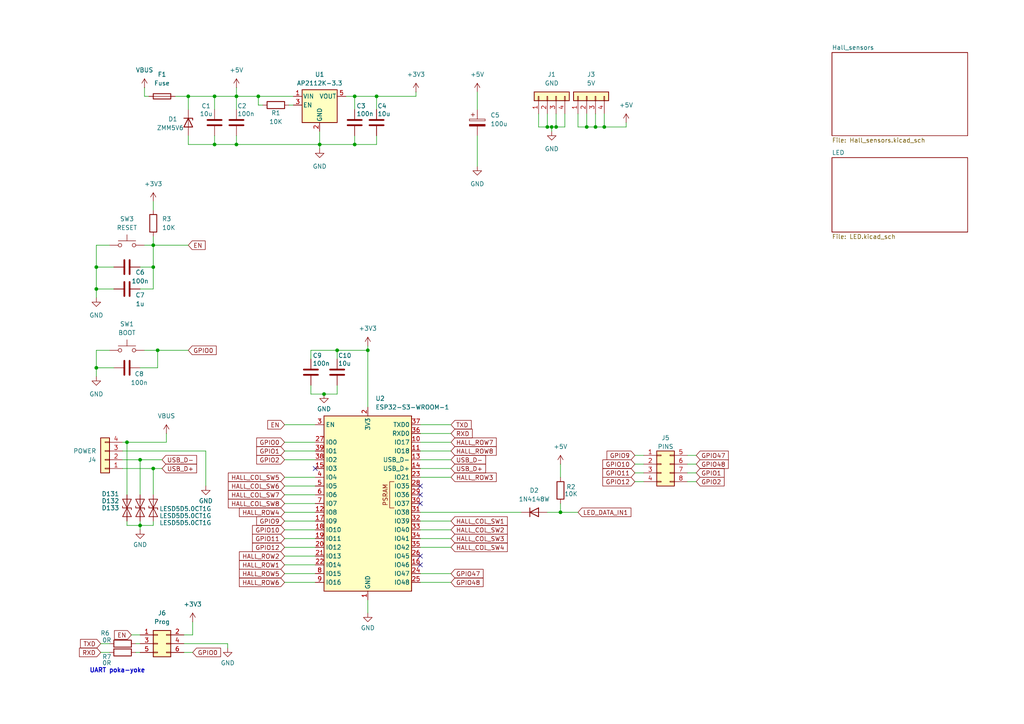
<source format=kicad_sch>
(kicad_sch (version 20231120) (generator "eeschema") (generator_version "8.0")
  (paper "A4")
  (lib_symbols
    (symbol "Connector_Generic:Conn_01x04" (pin_names (offset 1.016) hide)
      (property "Reference" "J" (at 0 5.08 0))
      (property "Value" "Conn_01x04" (at 0 -7.62 0))
      (symbol "Conn_01x04_1_1"
        (rectangle (start -1.27 -4.953) (end 0 -5.207) (stroke (width 0.1524)))
        (rectangle (start -1.27 -2.413) (end 0 -2.667) (stroke (width 0.1524)))
        (rectangle (start -1.27 0.127) (end 0 -0.127) (stroke (width 0.1524)))
        (rectangle (start -1.27 2.667) (end 0 2.413) (stroke (width 0.1524)))
        (rectangle (start -1.27 3.81) (end 1.27 -6.35) (stroke (width 0.254)) (fill (type background)))
        (pin passive line (at -5.08 2.54 0) (length 3.81) (name "Pin_1") (number "1"))
        (pin passive line (at -5.08 0 0) (length 3.81) (name "Pin_2") (number "2"))
        (pin passive line (at -5.08 -2.54 0) (length 3.81) (name "Pin_3") (number "3"))
        (pin passive line (at -5.08 -5.08 0) (length 3.81) (name "Pin_4") (number "4"))
      )
    )
    (symbol "Connector_Generic:Conn_02x03_Odd_Even" (pin_names (offset 1.016) hide)
      (property "Reference" "J" (at 1.27 5.08 0))
      (property "Value" "Conn_02x03_Odd_Even" (at 1.27 -5.08 0))
      (symbol "Conn_02x03_Odd_Even_1_1"
        (rectangle (start -1.27 -2.413) (end 0 -2.667) (stroke (width 0.1524)))
        (rectangle (start -1.27 0.127) (end 0 -0.127) (stroke (width 0.1524)))
        (rectangle (start -1.27 2.667) (end 0 2.413) (stroke (width 0.1524)))
        (rectangle (start -1.27 3.81) (end 3.81 -3.81) (stroke (width 0.254)) (fill (type background)))
        (rectangle (start 3.81 -2.413) (end 2.54 -2.667) (stroke (width 0.1524)))
        (rectangle (start 3.81 0.127) (end 2.54 -0.127) (stroke (width 0.1524)))
        (rectangle (start 3.81 2.667) (end 2.54 2.413) (stroke (width 0.1524)))
        (pin passive line (at -5.08 2.54 0) (length 3.81) (name "Pin_1") (number "1"))
        (pin passive line (at 7.62 2.54 180) (length 3.81) (name "Pin_2") (number "2"))
        (pin passive line (at -5.08 0 0) (length 3.81) (name "Pin_3") (number "3"))
        (pin passive line (at 7.62 0 180) (length 3.81) (name "Pin_4") (number "4"))
        (pin passive line (at -5.08 -2.54 0) (length 3.81) (name "Pin_5") (number "5"))
        (pin passive line (at 7.62 -2.54 180) (length 3.81) (name "Pin_6") (number "6"))
      )
    )
    (symbol "Connector_Generic:Conn_02x04_Top_Bottom" (pin_names (offset 1.016) hide)
      (property "Reference" "J" (at 1.27 5.08 0))
      (property "Value" "Conn_02x04_Top_Bottom" (at 1.27 -7.62 0))
      (symbol "Conn_02x04_Top_Bottom_1_1"
        (rectangle (start -1.27 -4.953) (end 0 -5.207) (stroke (width 0.1524)))
        (rectangle (start -1.27 -2.413) (end 0 -2.667) (stroke (width 0.1524)))
        (rectangle (start -1.27 0.127) (end 0 -0.127) (stroke (width 0.1524)))
        (rectangle (start -1.27 2.667) (end 0 2.413) (stroke (width 0.1524)))
        (rectangle (start -1.27 3.81) (end 3.81 -6.35) (stroke (width 0.254)) (fill (type background)))
        (rectangle (start 3.81 -4.953) (end 2.54 -5.207) (stroke (width 0.1524)))
        (rectangle (start 3.81 -2.413) (end 2.54 -2.667) (stroke (width 0.1524)))
        (rectangle (start 3.81 0.127) (end 2.54 -0.127) (stroke (width 0.1524)))
        (rectangle (start 3.81 2.667) (end 2.54 2.413) (stroke (width 0.1524)))
        (pin passive line (at -5.08 2.54 0) (length 3.81) (name "Pin_1") (number "1"))
        (pin passive line (at -5.08 0 0) (length 3.81) (name "Pin_2") (number "2"))
        (pin passive line (at -5.08 -2.54 0) (length 3.81) (name "Pin_3") (number "3"))
        (pin passive line (at -5.08 -5.08 0) (length 3.81) (name "Pin_4") (number "4"))
        (pin passive line (at 7.62 2.54 180) (length 3.81) (name "Pin_5") (number "5"))
        (pin passive line (at 7.62 0 180) (length 3.81) (name "Pin_6") (number "6"))
        (pin passive line (at 7.62 -2.54 180) (length 3.81) (name "Pin_7") (number "7"))
        (pin passive line (at 7.62 -5.08 180) (length 3.81) (name "Pin_8") (number "8"))
      )
    )
    (symbol "Device:C" (pin_numbers hide) (pin_names (offset 0.254))
      (property "Reference" "C" (at 0.635 2.54 0))
      (property "Value" "C" (at 0.635 -2.54 0))
      (symbol "C_0_1"
        (polyline (pts (xy -2.032 -0.762) (xy 2.032 -0.762)) (stroke (width 0.508)))
        (polyline (pts (xy -2.032 0.762) (xy 2.032 0.762)) (stroke (width 0.508)))
      )
      (symbol "C_1_1"
        (pin passive line (at 0 3.81 270) (length 2.794) (name "~") (number "1"))
        (pin passive line (at 0 -3.81 90) (length 2.794) (name "~") (number "2"))
      )
    )
    (symbol "Device:C_Polarized" (pin_numbers hide) (pin_names (offset 0.254))
      (property "Reference" "C" (at 0.635 2.54 0))
      (property "Value" "C_Polarized" (at 0.635 -2.54 0))
      (symbol "C_Polarized_0_1"
        (rectangle (start -2.286 0.508) (end 2.286 1.016))
        (polyline (pts (xy -1.778 2.286) (xy -0.762 2.286)))
        (polyline (pts (xy -1.27 2.794) (xy -1.27 1.778)))
        (rectangle (start 2.286 -0.508) (end -2.286 -1.016) (fill (type outline)))
      )
      (symbol "C_Polarized_1_1"
        (pin passive line (at 0 3.81 270) (length 2.794) (name "~") (number "1"))
        (pin passive line (at 0 -3.81 90) (length 2.794) (name "~") (number "2"))
      )
    )
    (symbol "Device:D_Zener" (pin_numbers hide) (pin_names (offset 1.016) hide)
      (property "Reference" "D" (at 0 2.54 0))
      (property "Value" "D_Zener" (at 0 -2.54 0))
      (symbol "D_Zener_0_1"
        (polyline (pts (xy 1.27 0) (xy -1.27 0)))
        (polyline (pts (xy -1.27 -1.27) (xy -1.27 1.27) (xy -0.762 1.27)) (stroke (width 0.254)))
        (polyline (pts (xy 1.27 -1.27) (xy 1.27 1.27) (xy -1.27 0) (xy 1.27 -1.27)) (stroke (width 0.254)))
      )
      (symbol "D_Zener_1_1"
        (pin passive line (at -3.81 0 0) (length 2.54) (name "K") (number "1"))
        (pin passive line (at 3.81 0 180) (length 2.54) (name "A") (number "2"))
      )
    )
    (symbol "Device:Fuse" (pin_numbers hide) (pin_names (offset 0))
      (property "Reference" "F" (at 2.032 0 90))
      (property "Value" "Fuse" (at -1.905 0 90))
      (symbol "Fuse_0_1"
        (rectangle (start -0.762 -2.54) (end 0.762 2.54) (stroke (width 0.254)))
        (polyline (pts (xy 0 2.54) (xy 0 -2.54)))
      )
      (symbol "Fuse_1_1"
        (pin passive line (at 0 3.81 270) (length 1.27) (name "~") (number "1"))
        (pin passive line (at 0 -3.81 90) (length 1.27) (name "~") (number "2"))
      )
    )
    (symbol "Device:R" (pin_numbers hide) (pin_names (offset 0))
      (property "Reference" "R" (at 2.032 0 90))
      (property "Value" "R" (at 0 0 90))
      (symbol "R_0_1"
        (rectangle (start -1.016 -2.54) (end 1.016 2.54) (stroke (width 0.254)))
      )
      (symbol "R_1_1"
        (pin passive line (at 0 3.81 270) (length 1.27) (name "~") (number "1"))
        (pin passive line (at 0 -3.81 90) (length 1.27) (name "~") (number "2"))
      )
    )
    (symbol "Diode:1N4148W" (pin_numbers hide) (pin_names hide)
      (property "Reference" "D" (at 0 2.54 0))
      (property "Value" "1N4148W" (at 0 -2.54 0))
      (symbol "1N4148W_0_1"
        (polyline (pts (xy -1.27 1.27) (xy -1.27 -1.27)) (stroke (width 0.254)))
        (polyline (pts (xy 1.27 0) (xy -1.27 0)))
        (polyline (pts (xy 1.27 1.27) (xy 1.27 -1.27) (xy -1.27 0) (xy 1.27 1.27)) (stroke (width 0.254)))
      )
      (symbol "1N4148W_1_1"
        (pin passive line (at -3.81 0 0) (length 2.54) (name "K") (number "1"))
        (pin passive line (at 3.81 0 180) (length 2.54) (name "A") (number "2"))
      )
    )
    (symbol "Diode:SMAJ250CA" (pin_numbers hide) (pin_names (offset 1.016) hide)
      (property "Reference" "D" (at 0 2.54 0))
      (property "Value" "SMAJ250CA" (at 0 -2.54 0))
      (symbol "SMAJ250CA_0_1"
        (polyline (pts (xy 1.27 0) (xy -1.27 0)))
        (polyline (pts (xy -2.54 -1.27) (xy 0 0) (xy -2.54 1.27) (xy -2.54 -1.27)) (stroke (width 0.2032)))
        (polyline (pts (xy 0.508 1.27) (xy 0 1.27) (xy 0 -1.27) (xy -0.508 -1.27)) (stroke (width 0.2032)))
        (polyline (pts (xy 2.54 1.27) (xy 2.54 -1.27) (xy 0 0) (xy 2.54 1.27)) (stroke (width 0.2032)))
      )
      (symbol "SMAJ250CA_1_1"
        (pin passive line (at -3.81 0 0) (length 2.54) (name "A1") (number "1"))
        (pin passive line (at 3.81 0 180) (length 2.54) (name "A2") (number "2"))
      )
    )
    (symbol "RF_Module:ESP32-S3-WROOM-1"
      (property "Reference" "U" (at -12.7 26.67 0))
      (property "Value" "ESP32-S3-WROOM-1" (at 12.7 26.67 0))
      (symbol "ESP32-S3-WROOM-1_0_0"
        (rectangle (start -12.7 25.4) (end 12.7 -25.4) (stroke (width 0.254)) (fill (type background)))
        (text "PSRAM" (at 5.08 2.54 900) (effects (font (size 1.27 1.27))))
      )
      (symbol "ESP32-S3-WROOM-1_0_1"
        (polyline (pts (xy 7.62 -1.27) (xy 6.35 -1.27) (xy 6.35 6.35) (xy 7.62 6.35)))
      )
      (symbol "ESP32-S3-WROOM-1_1_1"
        (pin power_in line (at 0 -27.94 90) (length 2.54) (name "GND") (number "1"))
        (pin bidirectional line (at 15.24 17.78 180) (length 2.54) (name "IO17") (number "10"))
        (pin bidirectional line (at 15.24 15.24 180) (length 2.54) (name "IO18") (number "11"))
        (pin bidirectional line (at -15.24 -2.54 0) (length 2.54) (name "IO8") (number "12"))
        (pin bidirectional line (at 15.24 12.7 180) (length 2.54) (name "USB_D-") (number "13"))
        (pin bidirectional line (at 15.24 10.16 180) (length 2.54) (name "USB_D+") (number "14"))
        (pin bidirectional line (at -15.24 10.16 0) (length 2.54) (name "IO3") (number "15"))
        (pin bidirectional line (at 15.24 -17.78 180) (length 2.54) (name "IO46") (number "16"))
        (pin bidirectional line (at -15.24 -5.08 0) (length 2.54) (name "IO9") (number "17"))
        (pin bidirectional line (at -15.24 -7.62 0) (length 2.54) (name "IO10") (number "18"))
        (pin bidirectional line (at -15.24 -10.16 0) (length 2.54) (name "IO11") (number "19"))
        (pin power_in line (at 0 27.94 270) (length 2.54) (name "3V3") (number "2"))
        (pin bidirectional line (at -15.24 -12.7 0) (length 2.54) (name "IO12") (number "20"))
        (pin bidirectional line (at -15.24 -15.24 0) (length 2.54) (name "IO13") (number "21"))
        (pin bidirectional line (at -15.24 -17.78 0) (length 2.54) (name "IO14") (number "22"))
        (pin bidirectional line (at 15.24 7.62 180) (length 2.54) (name "IO21") (number "23"))
        (pin bidirectional line (at 15.24 -20.32 180) (length 2.54) (name "IO47") (number "24"))
        (pin bidirectional line (at 15.24 -22.86 180) (length 2.54) (name "IO48") (number "25"))
        (pin bidirectional line (at 15.24 -15.24 180) (length 2.54) (name "IO45") (number "26"))
        (pin bidirectional line (at -15.24 17.78 0) (length 2.54) (name "IO0") (number "27"))
        (pin bidirectional line (at 15.24 5.08 180) (length 2.54) (name "IO35") (number "28"))
        (pin bidirectional line (at 15.24 2.54 180) (length 2.54) (name "IO36") (number "29"))
        (pin input line (at -15.24 22.86 0) (length 2.54) (name "EN") (number "3"))
        (pin bidirectional line (at 15.24 0 180) (length 2.54) (name "IO37") (number "30"))
        (pin bidirectional line (at 15.24 -2.54 180) (length 2.54) (name "IO38") (number "31"))
        (pin bidirectional line (at 15.24 -5.08 180) (length 2.54) (name "IO39") (number "32"))
        (pin bidirectional line (at 15.24 -7.62 180) (length 2.54) (name "IO40") (number "33"))
        (pin bidirectional line (at 15.24 -10.16 180) (length 2.54) (name "IO41") (number "34"))
        (pin bidirectional line (at 15.24 -12.7 180) (length 2.54) (name "IO42") (number "35"))
        (pin bidirectional line (at 15.24 20.32 180) (length 2.54) (name "RXD0") (number "36"))
        (pin bidirectional line (at 15.24 22.86 180) (length 2.54) (name "TXD0") (number "37"))
        (pin bidirectional line (at -15.24 12.7 0) (length 2.54) (name "IO2") (number "38"))
        (pin bidirectional line (at -15.24 15.24 0) (length 2.54) (name "IO1") (number "39"))
        (pin bidirectional line (at -15.24 7.62 0) (length 2.54) (name "IO4") (number "4"))
        (pin passive line (at 0 -27.94 90) (length 2.54) hide (name "GND") (number "40"))
        (pin passive line (at 0 -27.94 90) (length 2.54) hide (name "GND") (number "41"))
        (pin bidirectional line (at -15.24 5.08 0) (length 2.54) (name "IO5") (number "5"))
        (pin bidirectional line (at -15.24 2.54 0) (length 2.54) (name "IO6") (number "6"))
        (pin bidirectional line (at -15.24 0 0) (length 2.54) (name "IO7") (number "7"))
        (pin bidirectional line (at -15.24 -20.32 0) (length 2.54) (name "IO15") (number "8"))
        (pin bidirectional line (at -15.24 -22.86 0) (length 2.54) (name "IO16") (number "9"))
      )
    )
    (symbol "Regulator_Linear:AP2112K-3.3" (pin_names (offset 0.254))
      (property "Reference" "U" (at -5.08 5.715 0))
      (property "Value" "AP2112K-3.3" (at 0 5.715 0))
      (symbol "AP2112K-3.3_0_1"
        (rectangle (start -5.08 4.445) (end 5.08 -5.08) (stroke (width 0.254)) (fill (type background)))
      )
      (symbol "AP2112K-3.3_1_1"
        (pin power_in line (at -7.62 2.54 0) (length 2.54) (name "VIN") (number "1"))
        (pin power_in line (at 0 -7.62 90) (length 2.54) (name "GND") (number "2"))
        (pin input line (at -7.62 0 0) (length 2.54) (name "EN") (number "3"))
        (pin no_connect line (at 5.08 0 180) (length 2.54) hide (name "NC") (number "4"))
        (pin power_out line (at 7.62 2.54 180) (length 2.54) (name "VOUT") (number "5"))
      )
    )
    (symbol "Switch:SW_Push" (pin_numbers hide) (pin_names (offset 1.016) hide)
      (property "Reference" "SW" (at 1.27 2.54 0))
      (property "Value" "SW_Push" (at 0 -1.524 0))
      (symbol "SW_Push_0_1"
        (circle (center -2.032 0) (radius 0.508))
        (polyline (pts (xy 0 1.27) (xy 0 3.048)))
        (polyline (pts (xy 2.54 1.27) (xy -2.54 1.27)))
        (circle (center 2.032 0) (radius 0.508))
        (pin passive line (at -5.08 0 0) (length 2.54) (name "1") (number "1"))
        (pin passive line (at 5.08 0 180) (length 2.54) (name "2") (number "2"))
      )
    )
    (symbol "power:+3V3" (power) (pin_numbers hide) (pin_names (offset 0) hide)
      (property "Value" "+3V3" (at 0 3.556 0))
      (symbol "+3V3_0_1"
        (polyline (pts (xy -0.762 1.27) (xy 0 2.54)))
        (polyline (pts (xy 0 0) (xy 0 2.54)))
        (polyline (pts (xy 0 2.54) (xy 0.762 1.27)))
      )
      (symbol "+3V3_1_1"
        (pin power_in line (at 0 0 90) (length 0) (name "~") (number "1"))
      )
    )
    (symbol "power:+5V" (power) (pin_numbers hide) (pin_names (offset 0) hide)
      (property "Value" "+5V" (at 0 3.556 0))
      (symbol "+5V_0_1"
        (polyline (pts (xy -0.762 1.27) (xy 0 2.54)))
        (polyline (pts (xy 0 0) (xy 0 2.54)))
        (polyline (pts (xy 0 2.54) (xy 0.762 1.27)))
      )
      (symbol "+5V_1_1"
        (pin power_in line (at 0 0 90) (length 0) (name "~") (number "1"))
      )
    )
    (symbol "power:GND" (power) (pin_numbers hide) (pin_names (offset 0) hide)
      (property "Value" "GND" (at 0 -3.81 0))
      (symbol "GND_0_1"
        (polyline (pts (xy 0 0) (xy 0 -1.27) (xy 1.27 -1.27) (xy 0 -2.54) (xy -1.27 -1.27) (xy 0 -1.27)))
      )
      (symbol "GND_1_1"
        (pin power_in line (at 0 0 270) (length 0) (name "~") (number "1"))
      )
    )
    (symbol "power:VBUS" (power) (pin_numbers hide) (pin_names (offset 0) hide)
      (property "Value" "VBUS" (at 0 3.556 0))
      (symbol "VBUS_0_1"
        (polyline (pts (xy -0.762 1.27) (xy 0 2.54)))
        (polyline (pts (xy 0 0) (xy 0 2.54)))
        (polyline (pts (xy 0 2.54) (xy 0.762 1.27)))
      )
      (symbol "VBUS_1_1"
        (pin power_in line (at 0 0 90) (length 0) (name "~") (number "1"))
      )
    )
  )
  (junction (at 102.87 41.91))
  (junction (at 93.98 114.3))
  (junction (at 170.18 36.83))
  (junction (at 40.64 133.35))
  (junction (at 68.58 41.91))
  (junction (at 109.22 27.94))
  (junction (at 97.79 101.6))
  (junction (at 36.83 128.27))
  (junction (at 106.68 101.6))
  (junction (at 27.94 106.68))
  (junction (at 44.45 135.89))
  (junction (at 44.45 71.12))
  (junction (at 68.58 27.94))
  (junction (at 161.29 36.83))
  (junction (at 45.72 101.6))
  (junction (at 162.56 148.59))
  (junction (at 172.72 36.83))
  (junction (at 40.64 152.4))
  (junction (at 27.94 83.82))
  (junction (at 74.93 27.94))
  (junction (at 27.94 77.47))
  (junction (at 92.71 41.91))
  (junction (at 158.75 36.83))
  (junction (at 62.23 27.94))
  (junction (at 175.26 36.83))
  (junction (at 44.45 77.47))
  (junction (at 62.23 41.91))
  (junction (at 160.02 36.83))
  (junction (at 54.61 27.94))
  (junction (at 102.87 27.94))
  (no_connect (at 121.92 161.29))
  (no_connect (at 121.92 140.97))
  (no_connect (at 121.92 143.51))
  (no_connect (at 121.92 146.05))
  (no_connect (at 91.44 135.89))
  (no_connect (at 121.92 163.83))
  (wire (pts (xy 90.17 104.14) (xy 90.17 101.6)))
  (wire (pts (xy 184.15 134.62) (xy 186.69 134.62)))
  (wire (pts (xy 62.23 41.91) (xy 68.58 41.91)))
  (wire (pts (xy 68.58 41.91) (xy 92.71 41.91)))
  (wire (pts (xy 59.69 130.81) (xy 59.69 140.97)))
  (wire (pts (xy 40.64 77.47) (xy 44.45 77.47)))
  (wire (pts (xy 39.37 186.69) (xy 40.64 186.69)))
  (wire (pts (xy 120.65 26.67) (xy 120.65 27.94)))
  (wire (pts (xy 36.83 151.13) (xy 36.83 152.4)))
  (wire (pts (xy 41.91 27.94) (xy 43.18 27.94)))
  (wire (pts (xy 53.34 184.15) (xy 55.88 184.15)))
  (wire (pts (xy 109.22 39.37) (xy 109.22 41.91)))
  (wire (pts (xy 106.68 177.8) (xy 106.68 173.99)))
  (wire (pts (xy 138.43 31.75) (xy 138.43 26.67)))
  (wire (pts (xy 40.64 152.4) (xy 40.64 153.67)))
  (wire (pts (xy 199.39 132.08) (xy 201.93 132.08)))
  (wire (pts (xy 102.87 41.91) (xy 92.71 41.91)))
  (wire (pts (xy 45.72 101.6) (xy 54.61 101.6)))
  (wire (pts (xy 181.61 36.83) (xy 181.61 35.56)))
  (wire (pts (xy 44.45 71.12) (xy 54.61 71.12)))
  (wire (pts (xy 82.55 163.83) (xy 91.44 163.83)))
  (wire (pts (xy 40.64 133.35) (xy 46.99 133.35)))
  (wire (pts (xy 27.94 77.47) (xy 33.02 77.47)))
  (wire (pts (xy 82.55 156.21) (xy 91.44 156.21)))
  (wire (pts (xy 90.17 114.3) (xy 93.98 114.3)))
  (wire (pts (xy 102.87 27.94) (xy 109.22 27.94)))
  (wire (pts (xy 82.55 128.27) (xy 91.44 128.27)))
  (wire (pts (xy 199.39 139.7) (xy 201.93 139.7)))
  (wire (pts (xy 27.94 101.6) (xy 27.94 106.68)))
  (wire (pts (xy 40.64 133.35) (xy 40.64 143.51)))
  (wire (pts (xy 82.55 166.37) (xy 91.44 166.37)))
  (wire (pts (xy 161.29 33.02) (xy 161.29 36.83)))
  (wire (pts (xy 35.56 133.35) (xy 40.64 133.35)))
  (wire (pts (xy 38.1 184.15) (xy 40.64 184.15)))
  (wire (pts (xy 130.81 151.13) (xy 121.92 151.13)))
  (wire (pts (xy 82.55 168.91) (xy 91.44 168.91)))
  (wire (pts (xy 48.26 125.73) (xy 48.26 128.27)))
  (wire (pts (xy 82.55 130.81) (xy 91.44 130.81)))
  (wire (pts (xy 92.71 38.1) (xy 92.71 41.91)))
  (wire (pts (xy 36.83 128.27) (xy 35.56 128.27)))
  (wire (pts (xy 156.21 33.02) (xy 156.21 36.83)))
  (wire (pts (xy 97.79 101.6) (xy 106.68 101.6)))
  (wire (pts (xy 82.55 161.29) (xy 91.44 161.29)))
  (wire (pts (xy 48.26 128.27) (xy 36.83 128.27)))
  (wire (pts (xy 82.55 133.35) (xy 91.44 133.35)))
  (wire (pts (xy 184.15 132.08) (xy 186.69 132.08)))
  (wire (pts (xy 130.81 158.75) (xy 121.92 158.75)))
  (wire (pts (xy 83.82 30.48) (xy 85.09 30.48)))
  (wire (pts (xy 31.75 71.12) (xy 27.94 71.12)))
  (wire (pts (xy 29.21 189.23) (xy 31.75 189.23)))
  (wire (pts (xy 45.72 106.68) (xy 45.72 101.6)))
  (wire (pts (xy 40.64 106.68) (xy 45.72 106.68)))
  (wire (pts (xy 44.45 135.89) (xy 35.56 135.89)))
  (wire (pts (xy 36.83 128.27) (xy 36.83 143.51)))
  (wire (pts (xy 31.75 101.6) (xy 27.94 101.6)))
  (wire (pts (xy 40.64 152.4) (xy 44.45 152.4)))
  (wire (pts (xy 44.45 71.12) (xy 44.45 68.58)))
  (wire (pts (xy 106.68 101.6) (xy 106.68 118.11)))
  (wire (pts (xy 167.64 36.83) (xy 170.18 36.83)))
  (wire (pts (xy 44.45 58.42) (xy 44.45 60.96)))
  (wire (pts (xy 158.75 148.59) (xy 162.56 148.59)))
  (wire (pts (xy 158.75 33.02) (xy 158.75 36.83)))
  (wire (pts (xy 170.18 36.83) (xy 172.72 36.83)))
  (wire (pts (xy 130.81 128.27) (xy 121.92 128.27)))
  (wire (pts (xy 74.93 27.94) (xy 85.09 27.94)))
  (wire (pts (xy 130.81 138.43) (xy 121.92 138.43)))
  (wire (pts (xy 82.55 158.75) (xy 91.44 158.75)))
  (wire (pts (xy 62.23 39.37) (xy 62.23 41.91)))
  (wire (pts (xy 97.79 114.3) (xy 97.79 111.76)))
  (wire (pts (xy 130.81 123.19) (xy 121.92 123.19)))
  (wire (pts (xy 90.17 111.76) (xy 90.17 114.3)))
  (wire (pts (xy 130.81 135.89) (xy 121.92 135.89)))
  (wire (pts (xy 199.39 137.16) (xy 201.93 137.16)))
  (wire (pts (xy 82.55 153.67) (xy 91.44 153.67)))
  (wire (pts (xy 160.02 36.83) (xy 160.02 38.1)))
  (wire (pts (xy 172.72 36.83) (xy 175.26 36.83)))
  (wire (pts (xy 27.94 106.68) (xy 33.02 106.68)))
  (wire (pts (xy 66.04 186.69) (xy 66.04 187.96)))
  (wire (pts (xy 175.26 33.02) (xy 175.26 36.83)))
  (wire (pts (xy 27.94 71.12) (xy 27.94 77.47)))
  (wire (pts (xy 156.21 36.83) (xy 158.75 36.83)))
  (wire (pts (xy 162.56 134.62) (xy 162.56 138.43)))
  (wire (pts (xy 27.94 83.82) (xy 33.02 83.82)))
  (wire (pts (xy 82.55 123.19) (xy 91.44 123.19)))
  (wire (pts (xy 82.55 143.51) (xy 91.44 143.51)))
  (wire (pts (xy 68.58 27.94) (xy 74.93 27.94)))
  (wire (pts (xy 130.81 153.67) (xy 121.92 153.67)))
  (wire (pts (xy 109.22 27.94) (xy 120.65 27.94)))
  (wire (pts (xy 121.92 148.59) (xy 151.13 148.59)))
  (wire (pts (xy 68.58 27.94) (xy 68.58 31.75)))
  (wire (pts (xy 53.34 186.69) (xy 66.04 186.69)))
  (wire (pts (xy 130.81 168.91) (xy 121.92 168.91)))
  (wire (pts (xy 175.26 36.83) (xy 181.61 36.83)))
  (wire (pts (xy 62.23 27.94) (xy 62.23 31.75)))
  (wire (pts (xy 54.61 27.94) (xy 62.23 27.94)))
  (wire (pts (xy 97.79 104.14) (xy 97.79 101.6)))
  (wire (pts (xy 82.55 146.05) (xy 91.44 146.05)))
  (wire (pts (xy 158.75 36.83) (xy 160.02 36.83)))
  (wire (pts (xy 130.81 156.21) (xy 121.92 156.21)))
  (wire (pts (xy 184.15 139.7) (xy 186.69 139.7)))
  (wire (pts (xy 54.61 39.37) (xy 54.61 41.91)))
  (wire (pts (xy 130.81 130.81) (xy 121.92 130.81)))
  (wire (pts (xy 62.23 27.94) (xy 68.58 27.94)))
  (wire (pts (xy 36.83 152.4) (xy 40.64 152.4)))
  (wire (pts (xy 50.8 27.94) (xy 54.61 27.94)))
  (wire (pts (xy 54.61 41.91) (xy 62.23 41.91)))
  (wire (pts (xy 100.33 27.94) (xy 102.87 27.94)))
  (wire (pts (xy 35.56 130.81) (xy 59.69 130.81)))
  (wire (pts (xy 68.58 25.4) (xy 68.58 27.94)))
  (wire (pts (xy 160.02 36.83) (xy 161.29 36.83)))
  (wire (pts (xy 82.55 148.59) (xy 91.44 148.59)))
  (wire (pts (xy 172.72 33.02) (xy 172.72 36.83)))
  (wire (pts (xy 130.81 133.35) (xy 121.92 133.35)))
  (wire (pts (xy 163.83 36.83) (xy 163.83 33.02)))
  (wire (pts (xy 184.15 137.16) (xy 186.69 137.16)))
  (wire (pts (xy 130.81 125.73) (xy 121.92 125.73)))
  (wire (pts (xy 44.45 77.47) (xy 44.45 71.12)))
  (wire (pts (xy 44.45 83.82) (xy 44.45 77.47)))
  (wire (pts (xy 199.39 134.62) (xy 201.93 134.62)))
  (wire (pts (xy 167.64 33.02) (xy 167.64 36.83)))
  (wire (pts (xy 40.64 151.13) (xy 40.64 152.4)))
  (wire (pts (xy 170.18 33.02) (xy 170.18 36.83)))
  (wire (pts (xy 44.45 151.13) (xy 44.45 152.4)))
  (wire (pts (xy 109.22 41.91) (xy 102.87 41.91)))
  (wire (pts (xy 93.98 114.3) (xy 97.79 114.3)))
  (wire (pts (xy 68.58 39.37) (xy 68.58 41.91)))
  (wire (pts (xy 46.99 135.89) (xy 44.45 135.89)))
  (wire (pts (xy 82.55 138.43) (xy 91.44 138.43)))
  (wire (pts (xy 40.64 83.82) (xy 44.45 83.82)))
  (wire (pts (xy 29.21 186.69) (xy 31.75 186.69)))
  (wire (pts (xy 55.88 180.34) (xy 55.88 184.15)))
  (wire (pts (xy 102.87 39.37) (xy 102.87 41.91)))
  (wire (pts (xy 92.71 41.91) (xy 92.71 43.18)))
  (wire (pts (xy 41.91 71.12) (xy 44.45 71.12)))
  (wire (pts (xy 55.88 189.23) (xy 53.34 189.23)))
  (wire (pts (xy 82.55 140.97) (xy 91.44 140.97)))
  (wire (pts (xy 41.91 25.4) (xy 41.91 27.94)))
  (wire (pts (xy 45.72 101.6) (xy 41.91 101.6)))
  (wire (pts (xy 130.81 166.37) (xy 121.92 166.37)))
  (wire (pts (xy 27.94 77.47) (xy 27.94 83.82)))
  (wire (pts (xy 82.55 151.13) (xy 91.44 151.13)))
  (wire (pts (xy 27.94 109.22) (xy 27.94 106.68)))
  (wire (pts (xy 54.61 27.94) (xy 54.61 31.75)))
  (wire (pts (xy 138.43 48.26) (xy 138.43 39.37)))
  (wire (pts (xy 90.17 101.6) (xy 97.79 101.6)))
  (wire (pts (xy 27.94 86.36) (xy 27.94 83.82)))
  (wire (pts (xy 162.56 148.59) (xy 167.64 148.59)))
  (wire (pts (xy 74.93 30.48) (xy 74.93 27.94)))
  (wire (pts (xy 39.37 189.23) (xy 40.64 189.23)))
  (wire (pts (xy 76.2 30.48) (xy 74.93 30.48)))
  (wire (pts (xy 161.29 36.83) (xy 163.83 36.83)))
  (wire (pts (xy 102.87 27.94) (xy 102.87 31.75)))
  (wire (pts (xy 106.68 100.33) (xy 106.68 101.6)))
  (wire (pts (xy 109.22 27.94) (xy 109.22 31.75)))
  (wire (pts (xy 162.56 146.05) (xy 162.56 148.59)))
  (wire (pts (xy 44.45 135.89) (xy 44.45 143.51)))
  (text "UART poka-yoke" (at 34.036 194.564 0) (effects (font (size 1.27 1.27) (thickness 0.254) (bold yes))))
  (global_label "GPIO12" (shape input) (at 82.55 158.75 180) (property "Intersheetrefs" "${INTERSHEET_REFS}" (effects (hide yes))))
  (global_label "HALL_COL_SW2" (shape input) (at 130.81 153.67 0) (property "Intersheetrefs" "${INTERSHEET_REFS}" (effects (hide yes))))
  (global_label "USB_D-" (shape input) (at 130.81 133.35 0) (property "Intersheetrefs" "${INTERSHEET_REFS}" (effects (hide yes))))
  (global_label "GPIO2" (shape input) (at 82.55 133.35 180) (property "Intersheetrefs" "${INTERSHEET_REFS}" (effects (hide yes))))
  (global_label "HALL_ROW8" (shape input) (at 130.81 130.81 0) (property "Intersheetrefs" "${INTERSHEET_REFS}" (effects (hide yes))))
  (global_label "HALL_COL_SW8" (shape input) (at 82.55 146.05 180) (property "Intersheetrefs" "${INTERSHEET_REFS}" (effects (hide yes))))
  (global_label "HALL_ROW5" (shape input) (at 82.55 166.37 180) (property "Intersheetrefs" "${INTERSHEET_REFS}" (effects (hide yes))))
  (global_label "HALL_ROW7" (shape input) (at 130.81 128.27 0) (property "Intersheetrefs" "${INTERSHEET_REFS}" (effects (hide yes))))
  (global_label "LED_DATA_IN1" (shape input) (at 167.64 148.59 0) (property "Intersheetrefs" "${INTERSHEET_REFS}" (effects (hide yes))))
  (global_label "HALL_ROW6" (shape input) (at 82.55 168.91 180) (property "Intersheetrefs" "${INTERSHEET_REFS}" (effects (hide yes))))
  (global_label "USB_D+" (shape input) (at 130.81 135.89 0) (property "Intersheetrefs" "${INTERSHEET_REFS}" (effects (hide yes))))
  (global_label "GPIO11" (shape input) (at 184.15 137.16 180) (property "Intersheetrefs" "${INTERSHEET_REFS}" (effects (hide yes))))
  (global_label "GPIO0" (shape input) (at 82.55 128.27 180) (property "Intersheetrefs" "${INTERSHEET_REFS}" (effects (hide yes))))
  (global_label "HALL_ROW2" (shape input) (at 82.55 161.29 180) (property "Intersheetrefs" "${INTERSHEET_REFS}" (effects (hide yes))))
  (global_label "GPIO0" (shape input) (at 54.61 101.6 0) (property "Intersheetrefs" "${INTERSHEET_REFS}" (effects (hide yes))))
  (global_label "HALL_COL_SW6" (shape input) (at 82.55 140.97 180) (property "Intersheetrefs" "${INTERSHEET_REFS}" (effects (hide yes))))
  (global_label "TXD" (shape input) (at 130.81 123.19 0) (property "Intersheetrefs" "${INTERSHEET_REFS}" (effects (hide yes))))
  (global_label "EN" (shape input) (at 82.55 123.19 180) (property "Intersheetrefs" "${INTERSHEET_REFS}" (effects (hide yes))))
  (global_label "GPIO10" (shape input) (at 184.15 134.62 180) (property "Intersheetrefs" "${INTERSHEET_REFS}" (effects (hide yes))))
  (global_label "HALL_COL_SW7" (shape input) (at 82.55 143.51 180) (property "Intersheetrefs" "${INTERSHEET_REFS}" (effects (hide yes))))
  (global_label "GPIO47" (shape input) (at 130.81 166.37 0) (property "Intersheetrefs" "${INTERSHEET_REFS}" (effects (hide yes))))
  (global_label "HALL_COL_SW4" (shape input) (at 130.81 158.75 0) (property "Intersheetrefs" "${INTERSHEET_REFS}" (effects (hide yes))))
  (global_label "GPIO1" (shape input) (at 201.93 137.16 0) (property "Intersheetrefs" "${INTERSHEET_REFS}" (effects (hide yes))))
  (global_label "GPIO11" (shape input) (at 82.55 156.21 180) (property "Intersheetrefs" "${INTERSHEET_REFS}" (effects (hide yes))))
  (global_label "RXD" (shape input) (at 29.21 189.23 180) (property "Intersheetrefs" "${INTERSHEET_REFS}" (effects (hide yes))))
  (global_label "GPIO9" (shape input) (at 184.15 132.08 180) (property "Intersheetrefs" "${INTERSHEET_REFS}" (effects (hide yes))))
  (global_label "GPIO9" (shape input) (at 82.55 151.13 180) (property "Intersheetrefs" "${INTERSHEET_REFS}" (effects (hide yes))))
  (global_label "GPIO1" (shape input) (at 82.55 130.81 180) (property "Intersheetrefs" "${INTERSHEET_REFS}" (effects (hide yes))))
  (global_label "GPIO12" (shape input) (at 184.15 139.7 180) (property "Intersheetrefs" "${INTERSHEET_REFS}" (effects (hide yes))))
  (global_label "EN" (shape input) (at 54.61 71.12 0) (property "Intersheetrefs" "${INTERSHEET_REFS}" (effects (hide yes))))
  (global_label "HALL_COL_SW3" (shape input) (at 130.81 156.21 0) (property "Intersheetrefs" "${INTERSHEET_REFS}" (effects (hide yes))))
  (global_label "USB_D-" (shape input) (at 46.99 133.35 0) (property "Intersheetrefs" "${INTERSHEET_REFS}" (effects (hide yes))))
  (global_label "HALL_COL_SW5" (shape input) (at 82.55 138.43 180) (property "Intersheetrefs" "${INTERSHEET_REFS}" (effects (hide yes))))
  (global_label "GPIO2" (shape input) (at 201.93 139.7 0) (property "Intersheetrefs" "${INTERSHEET_REFS}" (effects (hide yes))))
  (global_label "GPIO47" (shape input) (at 201.93 132.08 0) (property "Intersheetrefs" "${INTERSHEET_REFS}" (effects (hide yes))))
  (global_label "GPIO10" (shape input) (at 82.55 153.67 180) (property "Intersheetrefs" "${INTERSHEET_REFS}" (effects (hide yes))))
  (global_label "RXD" (shape input) (at 130.81 125.73 0) (property "Intersheetrefs" "${INTERSHEET_REFS}" (effects (hide yes))))
  (global_label "EN" (shape input) (at 38.1 184.15 180) (property "Intersheetrefs" "${INTERSHEET_REFS}" (effects (hide yes))))
  (global_label "TXD" (shape input) (at 29.21 186.69 180) (property "Intersheetrefs" "${INTERSHEET_REFS}" (effects (hide yes))))
  (global_label "USB_D+" (shape input) (at 46.99 135.89 0) (property "Intersheetrefs" "${INTERSHEET_REFS}" (effects (hide yes))))
  (global_label "HALL_ROW1" (shape input) (at 82.55 163.83 180) (property "Intersheetrefs" "${INTERSHEET_REFS}" (effects (hide yes))))
  (global_label "GPIO48" (shape input) (at 201.93 134.62 0) (property "Intersheetrefs" "${INTERSHEET_REFS}" (effects (hide yes))))
  (global_label "HALL_ROW4" (shape input) (at 82.55 148.59 180) (property "Intersheetrefs" "${INTERSHEET_REFS}" (effects (hide yes))))
  (global_label "GPIO48" (shape input) (at 130.81 168.91 0) (property "Intersheetrefs" "${INTERSHEET_REFS}" (effects (hide yes))))
  (global_label "HALL_COL_SW1" (shape input) (at 130.81 151.13 0) (property "Intersheetrefs" "${INTERSHEET_REFS}" (effects (hide yes))))
  (global_label "GPIO0" (shape input) (at 55.88 189.23 0) (property "Intersheetrefs" "${INTERSHEET_REFS}" (effects (hide yes))))
  (global_label "HALL_ROW3" (shape input) (at 130.81 138.43 0) (property "Intersheetrefs" "${INTERSHEET_REFS}" (effects (hide yes))))
  (symbol (lib_id "Device:R") (at 44.45 64.77 180) (unit 1)
    (property "Reference" "R3" (at 46.99 63.4999 0) (effects (justify right)))
    (property "Value" "10K" (at 46.99 66.0399 0) (effects (justify right)))
    (property "Footprint" "Resistor_SMD:R_0805_2012Metric_Pad1.20x1.40mm_HandSolder" (effects (hide yes)))
    (property "Description" "Resistor" (effects (hide yes)))
  )
  (symbol (lib_id "power:GND") (at 66.04 187.96 0) (unit 1)
    (property "Reference" "#PWR020" (effects (hide yes)))
    (property "Value" "GND" (at 66.04 192.278 0))
    (property "Description" "Power symbol creates a global label with name \"GND\" , ground" (effects (hide yes)))
  )
  (symbol (lib_id "Device:C") (at 90.17 107.95 0) (unit 1)
    (property "Reference" "C9" (at 90.678 103.124 0) (effects (justify left)))
    (property "Value" "100n" (at 90.678 105.41 0) (effects (justify left)))
    (property "Footprint" "Capacitor_SMD:C_0805_2012Metric_Pad1.18x1.45mm_HandSolder" (effects (hide yes)))
    (property "Description" "Unpolarized capacitor" (effects (hide yes)))
  )
  (symbol (lib_id "Connector_Generic:Conn_02x03_Odd_Even") (at 45.72 186.69 0) (unit 1)
    (property "Reference" "J6" (at 46.99 177.8 0))
    (property "Value" "Prog" (at 46.99 180.34 0))
    (property "Footprint" "Connector_PinHeader_2.54mm:PinHeader_2x03_P2.54mm_Vertical" (effects (hide yes)))
    (property "Description" "Generic connector, double row, 02x03, odd/even pin numbering scheme (row 1 odd numbers, row 2 even numbers), script generated (kicad-library-utils/schlib/autogen/connector/)" (effects (hide yes)))
  )
  (symbol (lib_id "Device:C") (at 102.87 35.56 0) (unit 1)
    (property "Reference" "C3" (at 103.378 30.734 0) (effects (justify left)))
    (property "Value" "100n" (at 103.378 33.02 0) (effects (justify left)))
    (property "Footprint" "Capacitor_SMD:C_0805_2012Metric_Pad1.18x1.45mm_HandSolder" (effects (hide yes)))
    (property "Description" "Unpolarized capacitor" (effects (hide yes)))
  )
  (symbol (lib_id "Device:C") (at 97.79 107.95 0) (unit 1)
    (property "Reference" "C10" (at 98.044 103.124 0) (effects (justify left)))
    (property "Value" "10u" (at 98.044 105.41 0) (effects (justify left)))
    (property "Footprint" "Capacitor_SMD:C_0805_2012Metric_Pad1.18x1.45mm_HandSolder" (effects (hide yes)))
    (property "Description" "Unpolarized capacitor" (effects (hide yes)))
  )
  (symbol (lib_id "Switch:SW_Push") (at 36.83 71.12 0) (unit 1)
    (property "Reference" "SW3" (at 36.83 63.5 0))
    (property "Value" "RESET" (at 36.83 66.04 0))
    (property "Footprint" "Button_Switch_SMD:SW_Push_SPST_NO_Alps_SKRK" (effects (hide yes)))
    (property "Description" "Push button switch, generic, two pins" (effects (hide yes)))
  )
  (symbol (lib_id "power:+5V") (at 181.61 35.56 0) (unit 1)
    (property "Reference" "#PWR06" (effects (hide yes)))
    (property "Value" "+5V" (at 181.61 30.48 0))
    (property "Description" "Power symbol creates a global label with name \"+5V\"" (effects (hide yes)))
  )
  (symbol (lib_id "power:+3V3") (at 55.88 180.34 0) (unit 1)
    (property "Reference" "#PWR019" (effects (hide yes)))
    (property "Value" "+3V3" (at 55.88 175.26 0))
    (property "Description" "Power symbol creates a global label with name \"+3V3\"" (effects (hide yes)))
  )
  (symbol (lib_id "Diode:1N4148W") (at 154.94 148.59 0) (unit 1)
    (property "Reference" "D2" (at 154.94 142.24 0))
    (property "Value" "1N4148W" (at 154.94 144.78 0))
    (property "Footprint" "Diode_SMD:D_SOD-123" (effects (hide yes)))
    (property "Datasheet" "https://www.vishay.com/docs/85748/1n4148w.pdf" (effects (hide yes)))
    (property "Description" "75V 0.15A Fast Switching Diode, SOD-123" (effects (hide yes)))
    (property "Sim.Device" "D" (effects (hide yes)))
    (property "Sim.Pins" "1=K 2=A" (effects (hide yes)))
  )
  (symbol (lib_id "power:+3V3") (at 120.65 26.67 0) (unit 1)
    (property "Reference" "#PWR03" (effects (hide yes)))
    (property "Value" "+3V3" (at 120.65 21.59 0))
    (property "Description" "Power symbol creates a global label with name \"+3V3\"" (effects (hide yes)))
  )
  (symbol (lib_id "power:GND") (at 59.69 140.97 0) (unit 1)
    (property "Reference" "#PWR017" (effects (hide yes)))
    (property "Value" "GND" (at 59.69 145.288 0))
    (property "Description" "Power symbol creates a global label with name \"GND\" , ground" (effects (hide yes)))
  )
  (symbol (lib_id "power:+5V") (at 138.43 26.67 0) (unit 1)
    (property "Reference" "#PWR04" (effects (hide yes)))
    (property "Value" "+5V" (at 138.43 21.59 0))
    (property "Description" "Power symbol creates a global label with name \"+5V\"" (effects (hide yes)))
  )
  (symbol (lib_id "RF_Module:ESP32-S3-WROOM-1") (at 106.68 146.05 0) (unit 1)
    (property "Reference" "U2" (at 108.8741 115.57 0) (effects (justify left)))
    (property "Value" "ESP32-S3-WROOM-1" (at 108.8741 118.11 0) (effects (justify left)))
    (property "Footprint" "RF_Module:ESP32-S3-WROOM-1" (effects (hide yes)))
    (property "Datasheet" "https://www.espressif.com/sites/default/files/documentation/esp32-s3-wroom-1_wroom-1u_datasheet_en.pdf" (effects (hide yes)))
    (property "Description" "RF Module, ESP32-S3 SoC, Wi-Fi 802.11b/g/n, Bluetooth, BLE, 32-bit, 3.3V, onboard antenna, SMD" (effects (hide yes)))
  )
  (symbol (lib_id "Regulator_Linear:AP2112K-3.3") (at 92.71 30.48 0) (unit 1)
    (property "Reference" "U1" (at 92.71 21.59 0))
    (property "Value" "AP2112K-3.3" (at 92.71 24.13 0))
    (property "Footprint" "Package_TO_SOT_SMD:SOT-23-5" (effects (hide yes)))
    (property "Datasheet" "https://www.diodes.com/assets/Datasheets/AP2112.pdf" (effects (hide yes)))
    (property "Description" "600mA low dropout linear regulator, with enable pin, 3.8V-6V input voltage range, 3.3V fixed positive output, SOT-23-5" (effects (hide yes)))
  )
  (symbol (lib_id "Device:C") (at 36.83 106.68 90) (unit 1)
    (property "Reference" "C8" (at 40.386 108.458 90))
    (property "Value" "100n" (at 40.386 110.998 90))
    (property "Footprint" "Capacitor_SMD:C_0805_2012Metric_Pad1.18x1.45mm_HandSolder" (effects (hide yes)))
    (property "Description" "Unpolarized capacitor" (effects (hide yes)))
  )
  (symbol (lib_id "Device:R") (at 35.56 189.23 90) (unit 1)
    (property "Reference" "R7" (at 30.988 190.5 90))
    (property "Value" "0R" (at 30.988 192.278 90))
    (property "Footprint" "Resistor_SMD:R_0805_2012Metric_Pad1.20x1.40mm_HandSolder" (effects (hide yes)))
    (property "Description" "Resistor" (effects (hide yes)))
  )
  (symbol (lib_id "Device:C") (at 68.58 35.56 0) (unit 1)
    (property "Reference" "C2" (at 68.834 30.734 0) (effects (justify left)))
    (property "Value" "100n" (at 68.834 33.02 0) (effects (justify left)))
    (property "Footprint" "Capacitor_SMD:C_0805_2012Metric_Pad1.18x1.45mm_HandSolder" (effects (hide yes)))
    (property "Description" "Unpolarized capacitor" (effects (hide yes)))
  )
  (symbol (lib_id "Device:C_Polarized") (at 138.43 35.56 0) (unit 1)
    (property "Reference" "C5" (at 142.24 33.4009 0) (effects (justify left)))
    (property "Value" "100u" (at 142.24 35.9409 0) (effects (justify left)))
    (property "Footprint" "Capacitor_THT:CP_Radial_D6.3mm_P2.50mm" (effects (hide yes)))
    (property "Description" "Polarized capacitor" (effects (hide yes)))
  )
  (symbol (lib_id "Switch:SW_Push") (at 36.83 101.6 0) (unit 1)
    (property "Reference" "SW1" (at 36.83 93.98 0))
    (property "Value" "BOOT" (at 36.83 96.52 0))
    (property "Footprint" "Button_Switch_SMD:SW_Push_SPST_NO_Alps_SKRK" (effects (hide yes)))
    (property "Description" "Push button switch, generic, two pins" (effects (hide yes)))
  )
  (symbol (lib_id "power:GND") (at 92.71 43.18 0) (unit 1)
    (property "Reference" "#PWR08" (effects (hide yes)))
    (property "Value" "GND" (at 92.71 48.26 0))
    (property "Description" "Power symbol creates a global label with name \"GND\" , ground" (effects (hide yes)))
  )
  (symbol (lib_id "Connector_Generic:Conn_01x04") (at 158.75 27.94 90) (unit 1)
    (property "Reference" "J1" (at 160.02 21.59 90))
    (property "Value" "GND" (at 160.02 24.13 90))
    (property "Footprint" "Connector_PinHeader_2.54mm:PinHeader_1x04_P2.54mm_Vertical" (effects (hide yes)))
    (property "Description" "Generic connector, single row, 01x04, script generated (kicad-library-utils/schlib/autogen/connector/)" (effects (hide yes)))
  )
  (symbol (lib_id "Device:R") (at 35.56 186.69 90) (unit 1)
    (property "Reference" "R6" (at 30.48 183.642 90))
    (property "Value" "0R" (at 30.988 185.674 90))
    (property "Footprint" "Resistor_SMD:R_0805_2012Metric_Pad1.20x1.40mm_HandSolder" (effects (hide yes)))
    (property "Description" "Resistor" (effects (hide yes)))
  )
  (symbol (lib_id "power:GND") (at 27.94 109.22 0) (unit 1)
    (property "Reference" "#PWR014" (effects (hide yes)))
    (property "Value" "GND" (at 27.94 114.3 0))
    (property "Description" "Power symbol creates a global label with name \"GND\" , ground" (effects (hide yes)))
  )
  (symbol (lib_id "power:GND") (at 106.68 177.8 0) (unit 1)
    (property "Reference" "#PWR018" (effects (hide yes)))
    (property "Value" "GND" (at 106.68 182.118 0))
    (property "Description" "Power symbol creates a global label with name \"GND\" , ground" (effects (hide yes)))
  )
  (symbol (lib_id "Device:Fuse") (at 46.99 27.94 90) (unit 1)
    (property "Reference" "F1" (at 46.99 21.59 90))
    (property "Value" "Fuse" (at 46.99 24.13 90))
    (property "Footprint" "Fuse:Fuseholder_Littelfuse_Nano2_154x" (effects (hide yes)))
    (property "Description" "Fuse" (effects (hide yes)))
  )
  (symbol (lib_id "Connector_Generic:Conn_01x04") (at 170.18 27.94 90) (unit 1)
    (property "Reference" "J3" (at 171.45 21.59 90))
    (property "Value" "5V" (at 171.45 24.13 90))
    (property "Footprint" "Connector_PinHeader_2.54mm:PinHeader_1x04_P2.54mm_Vertical" (effects (hide yes)))
    (property "Description" "Generic connector, single row, 01x04, script generated (kicad-library-utils/schlib/autogen/connector/)" (effects (hide yes)))
  )
  (symbol (lib_id "power:+3V3") (at 44.45 58.42 0) (unit 1)
    (property "Reference" "#PWR011" (effects (hide yes)))
    (property "Value" "+3V3" (at 44.45 53.34 0))
    (property "Description" "Power symbol creates a global label with name \"+3V3\"" (effects (hide yes)))
  )
  (symbol (lib_id "power:GND") (at 27.94 86.36 0) (unit 1)
    (property "Reference" "#PWR012" (effects (hide yes)))
    (property "Value" "GND" (at 27.94 91.44 0))
    (property "Description" "Power symbol creates a global label with name \"GND\" , ground" (effects (hide yes)))
  )
  (symbol (lib_id "power:GND") (at 138.43 48.26 0) (unit 1)
    (property "Reference" "#PWR09" (effects (hide yes)))
    (property "Value" "GND" (at 138.43 53.34 0))
    (property "Description" "Power symbol creates a global label with name \"GND\" , ground" (effects (hide yes)))
  )
  (symbol (lib_id "Device:C") (at 62.23 35.56 0) (unit 1)
    (property "Reference" "C1" (at 58.42 30.734 0) (effects (justify left)))
    (property "Value" "10u" (at 57.912 33.02 0) (effects (justify left)))
    (property "Footprint" "Capacitor_SMD:C_0805_2012Metric_Pad1.18x1.45mm_HandSolder" (effects (hide yes)))
    (property "Description" "Unpolarized capacitor" (effects (hide yes)))
  )
  (symbol (lib_id "Device:D_Zener") (at 54.61 35.56 270) (unit 1)
    (property "Reference" "D1" (at 48.768 34.544 90) (effects (justify left)))
    (property "Value" "ZMM5V6" (at 45.466 37.084 90) (effects (justify left)))
    (property "Footprint" "Diode_SMD:D_MiniMELF_Handsoldering" (effects (hide yes)))
    (property "Description" "Zener diode" (effects (hide yes)))
  )
  (symbol (lib_id "power:GND") (at 160.02 38.1 0) (unit 1)
    (property "Reference" "#PWR07" (effects (hide yes)))
    (property "Value" "GND" (at 160.02 43.18 0))
    (property "Description" "Power symbol creates a global label with name \"GND\" , ground" (effects (hide yes)))
  )
  (symbol (lib_id "power:GND") (at 93.98 114.3 0) (unit 1)
    (property "Reference" "#PWR015" (effects (hide yes)))
    (property "Value" "GND" (at 93.98 118.618 0))
    (property "Description" "Power symbol creates a global label with name \"GND\" , ground" (effects (hide yes)))
  )
  (symbol (lib_id "Diode:SMAJ250CA") (at 36.83 147.32 90) (unit 1)
    (property "Reference" "D131" (at 29.464 143.256 90) (effects (justify right)))
    (property "Value" "LESD5D5.0CT1G" (at 46.228 147.574 90) (effects (justify right)))
    (property "Footprint" "Diode_SMD:D_SOD-523" (effects (hide yes)))
    (property "Datasheet" "https://www.littelfuse.com/media?resourcetype=datasheets&itemid=75e32973-b177-4ee3-a0ff-cedaf1abdb93&filename=smaj-datasheet" (effects (hide yes)))
    (property "Description" "600W bidirectional Transient Voltage Suppressor, 250.0Vr, SMA(DO-214AC)" (effects (hide yes)))
  )
  (symbol (lib_id "Diode:SMAJ250CA") (at 44.45 147.32 90) (unit 1)
    (property "Reference" "D133" (at 29.464 147.32 90) (effects (justify right)))
    (property "Value" "LESD5D5.0CT1G" (at 46.228 151.638 90) (effects (justify right)))
    (property "Footprint" "Diode_SMD:D_SOD-523" (effects (hide yes)))
    (property "Datasheet" "https://www.littelfuse.com/media?resourcetype=datasheets&itemid=75e32973-b177-4ee3-a0ff-cedaf1abdb93&filename=smaj-datasheet" (effects (hide yes)))
    (property "Description" "600W bidirectional Transient Voltage Suppressor, 250.0Vr, SMA(DO-214AC)" (effects (hide yes)))
  )
  (symbol (lib_id "Device:C") (at 109.22 35.56 0) (unit 1)
    (property "Reference" "C4" (at 109.474 30.734 0) (effects (justify left)))
    (property "Value" "10u" (at 109.474 33.02 0) (effects (justify left)))
    (property "Footprint" "Capacitor_SMD:C_0805_2012Metric_Pad1.18x1.45mm_HandSolder" (effects (hide yes)))
    (property "Description" "Unpolarized capacitor" (effects (hide yes)))
  )
  (symbol (lib_id "power:VBUS") (at 41.91 25.4 0) (unit 1)
    (property "Reference" "#PWR01" (effects (hide yes)))
    (property "Value" "VBUS" (at 41.91 20.32 0))
    (property "Description" "Power symbol creates a global label with name \"VBUS\"" (effects (hide yes)))
  )
  (symbol (lib_id "Device:C") (at 36.83 77.47 90) (unit 1)
    (property "Reference" "C6" (at 40.64 78.994 90))
    (property "Value" "100n" (at 40.64 81.534 90))
    (property "Footprint" "Capacitor_SMD:C_0805_2012Metric_Pad1.18x1.45mm_HandSolder" (effects (hide yes)))
    (property "Description" "Unpolarized capacitor" (effects (hide yes)))
  )
  (symbol (lib_id "power:+5V") (at 162.56 134.62 0) (unit 1)
    (property "Reference" "#PWR05" (effects (hide yes)))
    (property "Value" "+5V" (at 162.56 129.54 0))
    (property "Description" "Power symbol creates a global label with name \"+5V\"" (effects (hide yes)))
  )
  (symbol (lib_id "power:VBUS") (at 48.26 125.73 0) (unit 1)
    (property "Reference" "#PWR016" (effects (hide yes)))
    (property "Value" "VBUS" (at 48.26 120.65 0))
    (property "Description" "Power symbol creates a global label with name \"VBUS\"" (effects (hide yes)))
  )
  (symbol (lib_id "Device:C") (at 36.83 83.82 90) (unit 1)
    (property "Reference" "C7" (at 40.64 85.598 90))
    (property "Value" "1u" (at 40.64 88.138 90))
    (property "Footprint" "Capacitor_SMD:C_0805_2012Metric_Pad1.18x1.45mm_HandSolder" (effects (hide yes)))
    (property "Description" "Unpolarized capacitor" (effects (hide yes)))
  )
  (symbol (lib_id "power:GND") (at 40.64 153.67 0) (unit 1)
    (property "Reference" "#PWR010" (effects (hide yes)))
    (property "Value" "GND" (at 40.64 157.988 0))
    (property "Description" "Power symbol creates a global label with name \"GND\" , ground" (effects (hide yes)))
  )
  (symbol (lib_id "Connector_Generic:Conn_02x04_Top_Bottom") (at 191.77 134.62 0) (unit 1)
    (property "Reference" "J5" (at 193.04 127 0))
    (property "Value" "PINS" (at 193.04 129.54 0))
    (property "Footprint" "Connector_PinHeader_2.54mm:PinHeader_2x04_P2.54mm_Vertical" (effects (hide yes)))
    (property "Description" "Generic connector, double row, 02x04, top/bottom pin numbering scheme (row 1: 1...pins_per_row, row2: pins_per_row+1 ... num_pins), script generated (kicad-library-utils/schlib/autogen/connector/)" (effects (hide yes)))
  )
  (symbol (lib_id "power:+3V3") (at 106.68 100.33 0) (unit 1)
    (property "Reference" "#PWR013" (effects (hide yes)))
    (property "Value" "+3V3" (at 106.68 95.25 0))
    (property "Description" "Power symbol creates a global label with name \"+3V3\"" (effects (hide yes)))
  )
  (symbol (lib_id "Connector_Generic:Conn_01x04") (at 30.48 133.35 180) (unit 1)
    (property "Reference" "J4" (at 27.94 133.3501 0) (effects (justify left)))
    (property "Value" "POWER" (at 27.94 130.8101 0) (effects (justify left)))
    (property "Footprint" "Connector_JST:JST_XH_B4B-XH-A_1x04_P2.50mm_Vertical" (effects (hide yes)))
    (property "Description" "Generic connector, single row, 01x04, script generated (kicad-library-utils/schlib/autogen/connector/)" (effects (hide yes)))
  )
  (symbol (lib_id "Diode:SMAJ250CA") (at 40.64 147.32 90) (unit 1)
    (property "Reference" "D132" (at 29.464 145.288 90) (effects (justify right)))
    (property "Value" "LESD5D5.0CT1G" (at 46.228 149.606 90) (effects (justify right)))
    (property "Footprint" "Diode_SMD:D_SOD-523" (effects (hide yes)))
    (property "Datasheet" "https://www.littelfuse.com/media?resourcetype=datasheets&itemid=75e32973-b177-4ee3-a0ff-cedaf1abdb93&filename=smaj-datasheet" (effects (hide yes)))
    (property "Description" "600W bidirectional Transient Voltage Suppressor, 250.0Vr, SMA(DO-214AC)" (effects (hide yes)))
  )
  (symbol (lib_id "Device:R") (at 80.01 30.48 90) (unit 1)
    (property "Reference" "R1" (at 80.01 32.766 90))
    (property "Value" "10K" (at 80.01 35.306 90))
    (property "Footprint" "Resistor_SMD:R_0805_2012Metric_Pad1.20x1.40mm_HandSolder" (effects (hide yes)))
    (property "Description" "Resistor" (effects (hide yes)))
  )
  (symbol (lib_id "power:+5V") (at 68.58 25.4 0) (unit 1)
    (property "Reference" "#PWR02" (effects (hide yes)))
    (property "Value" "+5V" (at 68.58 20.32 0))
    (property "Description" "Power symbol creates a global label with name \"+5V\"" (effects (hide yes)))
  )
  (symbol (lib_id "Device:R") (at 162.56 142.24 180) (unit 1)
    (property "Reference" "R2" (at 165.608 141.224 0))
    (property "Value" "10K" (at 165.608 143.256 0))
    (property "Footprint" "Resistor_SMD:R_0805_2012Metric_Pad1.20x1.40mm_HandSolder" (effects (hide yes)))
    (property "Description" "Resistor" (effects (hide yes)))
  )
  (sheet (at 241.3 15.24) (size 39.37 24.13) (stroke (width 0.1524))
    (property "Sheetname" "Hall_sensors" (at 241.3 14.5284 0) (effects (justify left bottom)))
    (property "Sheetfile" "Hall_sensors.kicad_sch" (at 241.3 39.9546 0) (effects (justify left top)))
  )
  (sheet (at 241.3 45.72) (size 39.37 21.59) (stroke (width 0.1524))
    (property "Sheetname" "LED" (at 241.3 45.0084 0) (effects (justify left bottom)))
    (property "Sheetfile" "LED.kicad_sch" (at 241.3 67.8946 0) (effects (justify left top)))
  )
)
</source>
